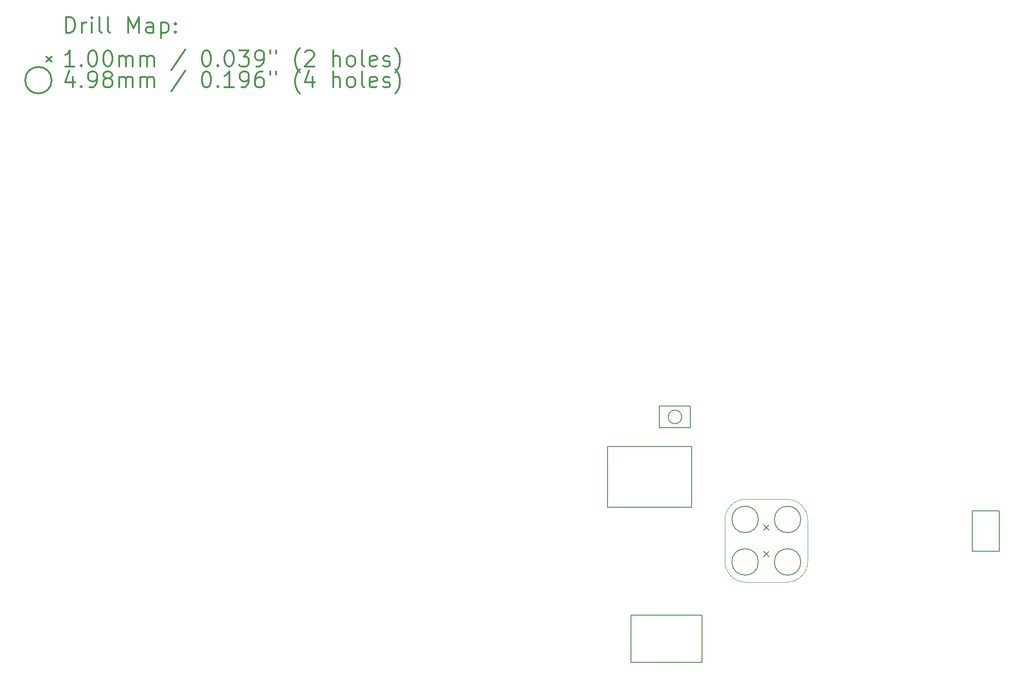
<source format=gbr>
G04 This is an RS-274x file exported by *
G04 gerbv version 2.6.0 *
G04 More information is available about gerbv at *
G04 http://gerbv.gpleda.org/ *
G04 --End of header info--*
%MOIN*%
%FSLAX34Y34*%
%IPPOS*%
G04 --Define apertures--*
%ADD10C,0.0050*%
%ADD11C,0.0079*%
%ADD12C,0.0118*%
%ADD13C,0.0138*%
%ADD14C,0.0016*%
%ADD15C,0.0059*%
G04 --Start main section--*
G54D11*
G01X0052778Y-038294D02*
G01X0053172Y-038688D01*
G01X0053172Y-038294D02*
G01X0052778Y-038688D01*
G01X0052778Y-040262D02*
G01X0053172Y-040656D01*
G01X0053172Y-040262D02*
G01X0052778Y-040656D01*
G01X0052381Y-037900D02*
G75*
G03X0052381Y-037900I-000980J0000000D01*
G01X0052381Y-041050D02*
G75*
G03X0052381Y-041050I-000980J0000000D01*
G01X0055530Y-037900D02*
G75*
G03X0055530Y-037900I-000980J0000000D01*
G01X0055530Y-041050D02*
G75*
G03X0055530Y-041050I-000980J0000000D01*
G54D12*
G01X0001069Y-001834D02*
G01X0001069Y-000652D01*
G01X0001069Y-000652D02*
G01X0001350Y-000652D01*
G01X0001350Y-000652D02*
G01X0001519Y-000709D01*
G01X0001519Y-000709D02*
G01X0001631Y-000821D01*
G01X0001631Y-000821D02*
G01X0001687Y-000934D01*
G01X0001687Y-000934D02*
G01X0001744Y-001159D01*
G01X0001744Y-001159D02*
G01X0001744Y-001327D01*
G01X0001744Y-001327D02*
G01X0001687Y-001552D01*
G01X0001687Y-001552D02*
G01X0001631Y-001665D01*
G01X0001631Y-001665D02*
G01X0001519Y-001777D01*
G01X0001519Y-001777D02*
G01X0001350Y-001834D01*
G01X0001350Y-001834D02*
G01X0001069Y-001834D01*
G01X0002250Y-001834D02*
G01X0002250Y-001046D01*
G01X0002250Y-001271D02*
G01X0002306Y-001159D01*
G01X0002306Y-001159D02*
G01X0002362Y-001102D01*
G01X0002362Y-001102D02*
G01X0002475Y-001046D01*
G01X0002475Y-001046D02*
G01X0002587Y-001046D01*
G01X0002981Y-001834D02*
G01X0002981Y-001046D01*
G01X0002981Y-000652D02*
G01X0002925Y-000709D01*
G01X0002925Y-000709D02*
G01X0002981Y-000765D01*
G01X0002981Y-000765D02*
G01X0003037Y-000709D01*
G01X0003037Y-000709D02*
G01X0002981Y-000652D01*
G01X0002981Y-000652D02*
G01X0002981Y-000765D01*
G01X0003712Y-001834D02*
G01X0003600Y-001777D01*
G01X0003600Y-001777D02*
G01X0003543Y-001665D01*
G01X0003543Y-001665D02*
G01X0003543Y-000652D01*
G01X0004331Y-001834D02*
G01X0004218Y-001777D01*
G01X0004218Y-001777D02*
G01X0004162Y-001665D01*
G01X0004162Y-001665D02*
G01X0004162Y-000652D01*
G01X0005681Y-001834D02*
G01X0005681Y-000652D01*
G01X0005681Y-000652D02*
G01X0006074Y-001496D01*
G01X0006074Y-001496D02*
G01X0006468Y-000652D01*
G01X0006468Y-000652D02*
G01X0006468Y-001834D01*
G01X0007537Y-001834D02*
G01X0007537Y-001215D01*
G01X0007537Y-001215D02*
G01X0007480Y-001102D01*
G01X0007480Y-001102D02*
G01X0007368Y-001046D01*
G01X0007368Y-001046D02*
G01X0007143Y-001046D01*
G01X0007143Y-001046D02*
G01X0007030Y-001102D01*
G01X0007537Y-001777D02*
G01X0007424Y-001834D01*
G01X0007424Y-001834D02*
G01X0007143Y-001834D01*
G01X0007143Y-001834D02*
G01X0007030Y-001777D01*
G01X0007030Y-001777D02*
G01X0006974Y-001665D01*
G01X0006974Y-001665D02*
G01X0006974Y-001552D01*
G01X0006974Y-001552D02*
G01X0007030Y-001440D01*
G01X0007030Y-001440D02*
G01X0007143Y-001384D01*
G01X0007143Y-001384D02*
G01X0007424Y-001384D01*
G01X0007424Y-001384D02*
G01X0007537Y-001327D01*
G01X0008099Y-001046D02*
G01X0008099Y-002227D01*
G01X0008099Y-001102D02*
G01X0008211Y-001046D01*
G01X0008211Y-001046D02*
G01X0008436Y-001046D01*
G01X0008436Y-001046D02*
G01X0008549Y-001102D01*
G01X0008549Y-001102D02*
G01X0008605Y-001159D01*
G01X0008605Y-001159D02*
G01X0008661Y-001271D01*
G01X0008661Y-001271D02*
G01X0008661Y-001609D01*
G01X0008661Y-001609D02*
G01X0008605Y-001721D01*
G01X0008605Y-001721D02*
G01X0008549Y-001777D01*
G01X0008549Y-001777D02*
G01X0008436Y-001834D01*
G01X0008436Y-001834D02*
G01X0008211Y-001834D01*
G01X0008211Y-001834D02*
G01X0008099Y-001777D01*
G01X0009168Y-001721D02*
G01X0009224Y-001777D01*
G01X0009224Y-001777D02*
G01X0009168Y-001834D01*
G01X0009168Y-001834D02*
G01X0009111Y-001777D01*
G01X0009111Y-001777D02*
G01X0009168Y-001721D01*
G01X0009168Y-001721D02*
G01X0009168Y-001834D01*
G01X0009168Y-001102D02*
G01X0009224Y-001159D01*
G01X0009224Y-001159D02*
G01X0009168Y-001215D01*
G01X0009168Y-001215D02*
G01X0009111Y-001159D01*
G01X0009111Y-001159D02*
G01X0009168Y-001102D01*
G01X0009168Y-001102D02*
G01X0009168Y-001215D01*
G01X-000394Y-003583D02*
G01X0000000Y-003977D01*
G01X0000000Y-003583D02*
G01X-000394Y-003977D01*
G01X0001687Y-004314D02*
G01X0001012Y-004314D01*
G01X0001350Y-004314D02*
G01X0001350Y-003133D01*
G01X0001350Y-003133D02*
G01X0001237Y-003301D01*
G01X0001237Y-003301D02*
G01X0001125Y-003414D01*
G01X0001125Y-003414D02*
G01X0001012Y-003470D01*
G01X0002193Y-004201D02*
G01X0002250Y-004258D01*
G01X0002250Y-004258D02*
G01X0002193Y-004314D01*
G01X0002193Y-004314D02*
G01X0002137Y-004258D01*
G01X0002137Y-004258D02*
G01X0002193Y-004201D01*
G01X0002193Y-004201D02*
G01X0002193Y-004314D01*
G01X0002981Y-003133D02*
G01X0003093Y-003133D01*
G01X0003093Y-003133D02*
G01X0003206Y-003189D01*
G01X0003206Y-003189D02*
G01X0003262Y-003245D01*
G01X0003262Y-003245D02*
G01X0003318Y-003358D01*
G01X0003318Y-003358D02*
G01X0003375Y-003583D01*
G01X0003375Y-003583D02*
G01X0003375Y-003864D01*
G01X0003375Y-003864D02*
G01X0003318Y-004089D01*
G01X0003318Y-004089D02*
G01X0003262Y-004201D01*
G01X0003262Y-004201D02*
G01X0003206Y-004258D01*
G01X0003206Y-004258D02*
G01X0003093Y-004314D01*
G01X0003093Y-004314D02*
G01X0002981Y-004314D01*
G01X0002981Y-004314D02*
G01X0002868Y-004258D01*
G01X0002868Y-004258D02*
G01X0002812Y-004201D01*
G01X0002812Y-004201D02*
G01X0002756Y-004089D01*
G01X0002756Y-004089D02*
G01X0002700Y-003864D01*
G01X0002700Y-003864D02*
G01X0002700Y-003583D01*
G01X0002700Y-003583D02*
G01X0002756Y-003358D01*
G01X0002756Y-003358D02*
G01X0002812Y-003245D01*
G01X0002812Y-003245D02*
G01X0002868Y-003189D01*
G01X0002868Y-003189D02*
G01X0002981Y-003133D01*
G01X0004106Y-003133D02*
G01X0004218Y-003133D01*
G01X0004218Y-003133D02*
G01X0004331Y-003189D01*
G01X0004331Y-003189D02*
G01X0004387Y-003245D01*
G01X0004387Y-003245D02*
G01X0004443Y-003358D01*
G01X0004443Y-003358D02*
G01X0004499Y-003583D01*
G01X0004499Y-003583D02*
G01X0004499Y-003864D01*
G01X0004499Y-003864D02*
G01X0004443Y-004089D01*
G01X0004443Y-004089D02*
G01X0004387Y-004201D01*
G01X0004387Y-004201D02*
G01X0004331Y-004258D01*
G01X0004331Y-004258D02*
G01X0004218Y-004314D01*
G01X0004218Y-004314D02*
G01X0004106Y-004314D01*
G01X0004106Y-004314D02*
G01X0003993Y-004258D01*
G01X0003993Y-004258D02*
G01X0003937Y-004201D01*
G01X0003937Y-004201D02*
G01X0003881Y-004089D01*
G01X0003881Y-004089D02*
G01X0003825Y-003864D01*
G01X0003825Y-003864D02*
G01X0003825Y-003583D01*
G01X0003825Y-003583D02*
G01X0003881Y-003358D01*
G01X0003881Y-003358D02*
G01X0003937Y-003245D01*
G01X0003937Y-003245D02*
G01X0003993Y-003189D01*
G01X0003993Y-003189D02*
G01X0004106Y-003133D01*
G01X0005006Y-004314D02*
G01X0005006Y-003526D01*
G01X0005006Y-003639D02*
G01X0005062Y-003583D01*
G01X0005062Y-003583D02*
G01X0005174Y-003526D01*
G01X0005174Y-003526D02*
G01X0005343Y-003526D01*
G01X0005343Y-003526D02*
G01X0005456Y-003583D01*
G01X0005456Y-003583D02*
G01X0005512Y-003695D01*
G01X0005512Y-003695D02*
G01X0005512Y-004314D01*
G01X0005512Y-003695D02*
G01X0005568Y-003583D01*
G01X0005568Y-003583D02*
G01X0005681Y-003526D01*
G01X0005681Y-003526D02*
G01X0005849Y-003526D01*
G01X0005849Y-003526D02*
G01X0005962Y-003583D01*
G01X0005962Y-003583D02*
G01X0006018Y-003695D01*
G01X0006018Y-003695D02*
G01X0006018Y-004314D01*
G01X0006580Y-004314D02*
G01X0006580Y-003526D01*
G01X0006580Y-003639D02*
G01X0006637Y-003583D01*
G01X0006637Y-003583D02*
G01X0006749Y-003526D01*
G01X0006749Y-003526D02*
G01X0006918Y-003526D01*
G01X0006918Y-003526D02*
G01X0007030Y-003583D01*
G01X0007030Y-003583D02*
G01X0007087Y-003695D01*
G01X0007087Y-003695D02*
G01X0007087Y-004314D01*
G01X0007087Y-003695D02*
G01X0007143Y-003583D01*
G01X0007143Y-003583D02*
G01X0007255Y-003526D01*
G01X0007255Y-003526D02*
G01X0007424Y-003526D01*
G01X0007424Y-003526D02*
G01X0007537Y-003583D01*
G01X0007537Y-003583D02*
G01X0007593Y-003695D01*
G01X0007593Y-003695D02*
G01X0007593Y-004314D01*
G01X0009899Y-003076D02*
G01X0008886Y-004595D01*
G01X0011417Y-003133D02*
G01X0011530Y-003133D01*
G01X0011530Y-003133D02*
G01X0011642Y-003189D01*
G01X0011642Y-003189D02*
G01X0011699Y-003245D01*
G01X0011699Y-003245D02*
G01X0011755Y-003358D01*
G01X0011755Y-003358D02*
G01X0011811Y-003583D01*
G01X0011811Y-003583D02*
G01X0011811Y-003864D01*
G01X0011811Y-003864D02*
G01X0011755Y-004089D01*
G01X0011755Y-004089D02*
G01X0011699Y-004201D01*
G01X0011699Y-004201D02*
G01X0011642Y-004258D01*
G01X0011642Y-004258D02*
G01X0011530Y-004314D01*
G01X0011530Y-004314D02*
G01X0011417Y-004314D01*
G01X0011417Y-004314D02*
G01X0011305Y-004258D01*
G01X0011305Y-004258D02*
G01X0011249Y-004201D01*
G01X0011249Y-004201D02*
G01X0011192Y-004089D01*
G01X0011192Y-004089D02*
G01X0011136Y-003864D01*
G01X0011136Y-003864D02*
G01X0011136Y-003583D01*
G01X0011136Y-003583D02*
G01X0011192Y-003358D01*
G01X0011192Y-003358D02*
G01X0011249Y-003245D01*
G01X0011249Y-003245D02*
G01X0011305Y-003189D01*
G01X0011305Y-003189D02*
G01X0011417Y-003133D01*
G01X0012317Y-004201D02*
G01X0012373Y-004258D01*
G01X0012373Y-004258D02*
G01X0012317Y-004314D01*
G01X0012317Y-004314D02*
G01X0012261Y-004258D01*
G01X0012261Y-004258D02*
G01X0012317Y-004201D01*
G01X0012317Y-004201D02*
G01X0012317Y-004314D01*
G01X0013105Y-003133D02*
G01X0013217Y-003133D01*
G01X0013217Y-003133D02*
G01X0013330Y-003189D01*
G01X0013330Y-003189D02*
G01X0013386Y-003245D01*
G01X0013386Y-003245D02*
G01X0013442Y-003358D01*
G01X0013442Y-003358D02*
G01X0013498Y-003583D01*
G01X0013498Y-003583D02*
G01X0013498Y-003864D01*
G01X0013498Y-003864D02*
G01X0013442Y-004089D01*
G01X0013442Y-004089D02*
G01X0013386Y-004201D01*
G01X0013386Y-004201D02*
G01X0013330Y-004258D01*
G01X0013330Y-004258D02*
G01X0013217Y-004314D01*
G01X0013217Y-004314D02*
G01X0013105Y-004314D01*
G01X0013105Y-004314D02*
G01X0012992Y-004258D01*
G01X0012992Y-004258D02*
G01X0012936Y-004201D01*
G01X0012936Y-004201D02*
G01X0012880Y-004089D01*
G01X0012880Y-004089D02*
G01X0012823Y-003864D01*
G01X0012823Y-003864D02*
G01X0012823Y-003583D01*
G01X0012823Y-003583D02*
G01X0012880Y-003358D01*
G01X0012880Y-003358D02*
G01X0012936Y-003245D01*
G01X0012936Y-003245D02*
G01X0012992Y-003189D01*
G01X0012992Y-003189D02*
G01X0013105Y-003133D01*
G01X0013892Y-003133D02*
G01X0014623Y-003133D01*
G01X0014623Y-003133D02*
G01X0014229Y-003583D01*
G01X0014229Y-003583D02*
G01X0014398Y-003583D01*
G01X0014398Y-003583D02*
G01X0014511Y-003639D01*
G01X0014511Y-003639D02*
G01X0014567Y-003695D01*
G01X0014567Y-003695D02*
G01X0014623Y-003808D01*
G01X0014623Y-003808D02*
G01X0014623Y-004089D01*
G01X0014623Y-004089D02*
G01X0014567Y-004201D01*
G01X0014567Y-004201D02*
G01X0014511Y-004258D01*
G01X0014511Y-004258D02*
G01X0014398Y-004314D01*
G01X0014398Y-004314D02*
G01X0014061Y-004314D01*
G01X0014061Y-004314D02*
G01X0013948Y-004258D01*
G01X0013948Y-004258D02*
G01X0013892Y-004201D01*
G01X0015186Y-004314D02*
G01X0015411Y-004314D01*
G01X0015411Y-004314D02*
G01X0015523Y-004258D01*
G01X0015523Y-004258D02*
G01X0015579Y-004201D01*
G01X0015579Y-004201D02*
G01X0015692Y-004033D01*
G01X0015692Y-004033D02*
G01X0015748Y-003808D01*
G01X0015748Y-003808D02*
G01X0015748Y-003358D01*
G01X0015748Y-003358D02*
G01X0015692Y-003245D01*
G01X0015692Y-003245D02*
G01X0015636Y-003189D01*
G01X0015636Y-003189D02*
G01X0015523Y-003133D01*
G01X0015523Y-003133D02*
G01X0015298Y-003133D01*
G01X0015298Y-003133D02*
G01X0015186Y-003189D01*
G01X0015186Y-003189D02*
G01X0015129Y-003245D01*
G01X0015129Y-003245D02*
G01X0015073Y-003358D01*
G01X0015073Y-003358D02*
G01X0015073Y-003639D01*
G01X0015073Y-003639D02*
G01X0015129Y-003751D01*
G01X0015129Y-003751D02*
G01X0015186Y-003808D01*
G01X0015186Y-003808D02*
G01X0015298Y-003864D01*
G01X0015298Y-003864D02*
G01X0015523Y-003864D01*
G01X0015523Y-003864D02*
G01X0015636Y-003808D01*
G01X0015636Y-003808D02*
G01X0015692Y-003751D01*
G01X0015692Y-003751D02*
G01X0015748Y-003639D01*
G01X0016198Y-003133D02*
G01X0016198Y-003358D01*
G01X0016648Y-003133D02*
G01X0016648Y-003358D01*
G01X0018391Y-004764D02*
G01X0018335Y-004708D01*
G01X0018335Y-004708D02*
G01X0018223Y-004539D01*
G01X0018223Y-004539D02*
G01X0018166Y-004426D01*
G01X0018166Y-004426D02*
G01X0018110Y-004258D01*
G01X0018110Y-004258D02*
G01X0018054Y-003976D01*
G01X0018054Y-003976D02*
G01X0018054Y-003751D01*
G01X0018054Y-003751D02*
G01X0018110Y-003470D01*
G01X0018110Y-003470D02*
G01X0018166Y-003301D01*
G01X0018166Y-003301D02*
G01X0018223Y-003189D01*
G01X0018223Y-003189D02*
G01X0018335Y-003020D01*
G01X0018335Y-003020D02*
G01X0018391Y-002964D01*
G01X0018785Y-003245D02*
G01X0018841Y-003189D01*
G01X0018841Y-003189D02*
G01X0018954Y-003133D01*
G01X0018954Y-003133D02*
G01X0019235Y-003133D01*
G01X0019235Y-003133D02*
G01X0019348Y-003189D01*
G01X0019348Y-003189D02*
G01X0019404Y-003245D01*
G01X0019404Y-003245D02*
G01X0019460Y-003358D01*
G01X0019460Y-003358D02*
G01X0019460Y-003470D01*
G01X0019460Y-003470D02*
G01X0019404Y-003639D01*
G01X0019404Y-003639D02*
G01X0018729Y-004314D01*
G01X0018729Y-004314D02*
G01X0019460Y-004314D01*
G01X0020866Y-004314D02*
G01X0020866Y-003133D01*
G01X0021372Y-004314D02*
G01X0021372Y-003695D01*
G01X0021372Y-003695D02*
G01X0021316Y-003583D01*
G01X0021316Y-003583D02*
G01X0021204Y-003526D01*
G01X0021204Y-003526D02*
G01X0021035Y-003526D01*
G01X0021035Y-003526D02*
G01X0020922Y-003583D01*
G01X0020922Y-003583D02*
G01X0020866Y-003639D01*
G01X0022103Y-004314D02*
G01X0021991Y-004258D01*
G01X0021991Y-004258D02*
G01X0021935Y-004201D01*
G01X0021935Y-004201D02*
G01X0021879Y-004089D01*
G01X0021879Y-004089D02*
G01X0021879Y-003751D01*
G01X0021879Y-003751D02*
G01X0021935Y-003639D01*
G01X0021935Y-003639D02*
G01X0021991Y-003583D01*
G01X0021991Y-003583D02*
G01X0022103Y-003526D01*
G01X0022103Y-003526D02*
G01X0022272Y-003526D01*
G01X0022272Y-003526D02*
G01X0022385Y-003583D01*
G01X0022385Y-003583D02*
G01X0022441Y-003639D01*
G01X0022441Y-003639D02*
G01X0022497Y-003751D01*
G01X0022497Y-003751D02*
G01X0022497Y-004089D01*
G01X0022497Y-004089D02*
G01X0022441Y-004201D01*
G01X0022441Y-004201D02*
G01X0022385Y-004258D01*
G01X0022385Y-004258D02*
G01X0022272Y-004314D01*
G01X0022272Y-004314D02*
G01X0022103Y-004314D01*
G01X0023172Y-004314D02*
G01X0023060Y-004258D01*
G01X0023060Y-004258D02*
G01X0023003Y-004145D01*
G01X0023003Y-004145D02*
G01X0023003Y-003133D01*
G01X0024072Y-004258D02*
G01X0023960Y-004314D01*
G01X0023960Y-004314D02*
G01X0023735Y-004314D01*
G01X0023735Y-004314D02*
G01X0023622Y-004258D01*
G01X0023622Y-004258D02*
G01X0023566Y-004145D01*
G01X0023566Y-004145D02*
G01X0023566Y-003695D01*
G01X0023566Y-003695D02*
G01X0023622Y-003583D01*
G01X0023622Y-003583D02*
G01X0023735Y-003526D01*
G01X0023735Y-003526D02*
G01X0023960Y-003526D01*
G01X0023960Y-003526D02*
G01X0024072Y-003583D01*
G01X0024072Y-003583D02*
G01X0024128Y-003695D01*
G01X0024128Y-003695D02*
G01X0024128Y-003808D01*
G01X0024128Y-003808D02*
G01X0023566Y-003920D01*
G01X0024578Y-004258D02*
G01X0024691Y-004314D01*
G01X0024691Y-004314D02*
G01X0024916Y-004314D01*
G01X0024916Y-004314D02*
G01X0025028Y-004258D01*
G01X0025028Y-004258D02*
G01X0025084Y-004145D01*
G01X0025084Y-004145D02*
G01X0025084Y-004089D01*
G01X0025084Y-004089D02*
G01X0025028Y-003976D01*
G01X0025028Y-003976D02*
G01X0024916Y-003920D01*
G01X0024916Y-003920D02*
G01X0024747Y-003920D01*
G01X0024747Y-003920D02*
G01X0024634Y-003864D01*
G01X0024634Y-003864D02*
G01X0024578Y-003751D01*
G01X0024578Y-003751D02*
G01X0024578Y-003695D01*
G01X0024578Y-003695D02*
G01X0024634Y-003583D01*
G01X0024634Y-003583D02*
G01X0024747Y-003526D01*
G01X0024747Y-003526D02*
G01X0024916Y-003526D01*
G01X0024916Y-003526D02*
G01X0025028Y-003583D01*
G01X0025478Y-004764D02*
G01X0025534Y-004708D01*
G01X0025534Y-004708D02*
G01X0025647Y-004539D01*
G01X0025647Y-004539D02*
G01X0025703Y-004426D01*
G01X0025703Y-004426D02*
G01X0025759Y-004258D01*
G01X0025759Y-004258D02*
G01X0025816Y-003976D01*
G01X0025816Y-003976D02*
G01X0025816Y-003751D01*
G01X0025816Y-003751D02*
G01X0025759Y-003470D01*
G01X0025759Y-003470D02*
G01X0025703Y-003301D01*
G01X0025703Y-003301D02*
G01X0025647Y-003189D01*
G01X0025647Y-003189D02*
G01X0025534Y-003020D01*
G01X0025534Y-003020D02*
G01X0025478Y-002964D01*
G01X0000000Y-005339D02*
G75*
G03X0000000Y-005339I-000980J0000000D01*
G01X0001575Y-005085D02*
G01X0001575Y-005873D01*
G01X0001294Y-004636D02*
G01X0001012Y-005479D01*
G01X0001012Y-005479D02*
G01X0001744Y-005479D01*
G01X0002193Y-005760D02*
G01X0002250Y-005817D01*
G01X0002250Y-005817D02*
G01X0002193Y-005873D01*
G01X0002193Y-005873D02*
G01X0002137Y-005817D01*
G01X0002137Y-005817D02*
G01X0002193Y-005760D01*
G01X0002193Y-005760D02*
G01X0002193Y-005873D01*
G01X0002812Y-005873D02*
G01X0003037Y-005873D01*
G01X0003037Y-005873D02*
G01X0003150Y-005817D01*
G01X0003150Y-005817D02*
G01X0003206Y-005760D01*
G01X0003206Y-005760D02*
G01X0003318Y-005592D01*
G01X0003318Y-005592D02*
G01X0003375Y-005367D01*
G01X0003375Y-005367D02*
G01X0003375Y-004917D01*
G01X0003375Y-004917D02*
G01X0003318Y-004804D01*
G01X0003318Y-004804D02*
G01X0003262Y-004748D01*
G01X0003262Y-004748D02*
G01X0003150Y-004692D01*
G01X0003150Y-004692D02*
G01X0002925Y-004692D01*
G01X0002925Y-004692D02*
G01X0002812Y-004748D01*
G01X0002812Y-004748D02*
G01X0002756Y-004804D01*
G01X0002756Y-004804D02*
G01X0002700Y-004917D01*
G01X0002700Y-004917D02*
G01X0002700Y-005198D01*
G01X0002700Y-005198D02*
G01X0002756Y-005310D01*
G01X0002756Y-005310D02*
G01X0002812Y-005367D01*
G01X0002812Y-005367D02*
G01X0002925Y-005423D01*
G01X0002925Y-005423D02*
G01X0003150Y-005423D01*
G01X0003150Y-005423D02*
G01X0003262Y-005367D01*
G01X0003262Y-005367D02*
G01X0003318Y-005310D01*
G01X0003318Y-005310D02*
G01X0003375Y-005198D01*
G01X0004049Y-005198D02*
G01X0003937Y-005142D01*
G01X0003937Y-005142D02*
G01X0003881Y-005085D01*
G01X0003881Y-005085D02*
G01X0003825Y-004973D01*
G01X0003825Y-004973D02*
G01X0003825Y-004917D01*
G01X0003825Y-004917D02*
G01X0003881Y-004804D01*
G01X0003881Y-004804D02*
G01X0003937Y-004748D01*
G01X0003937Y-004748D02*
G01X0004049Y-004692D01*
G01X0004049Y-004692D02*
G01X0004274Y-004692D01*
G01X0004274Y-004692D02*
G01X0004387Y-004748D01*
G01X0004387Y-004748D02*
G01X0004443Y-004804D01*
G01X0004443Y-004804D02*
G01X0004499Y-004917D01*
G01X0004499Y-004917D02*
G01X0004499Y-004973D01*
G01X0004499Y-004973D02*
G01X0004443Y-005085D01*
G01X0004443Y-005085D02*
G01X0004387Y-005142D01*
G01X0004387Y-005142D02*
G01X0004274Y-005198D01*
G01X0004274Y-005198D02*
G01X0004049Y-005198D01*
G01X0004049Y-005198D02*
G01X0003937Y-005254D01*
G01X0003937Y-005254D02*
G01X0003881Y-005310D01*
G01X0003881Y-005310D02*
G01X0003825Y-005423D01*
G01X0003825Y-005423D02*
G01X0003825Y-005648D01*
G01X0003825Y-005648D02*
G01X0003881Y-005760D01*
G01X0003881Y-005760D02*
G01X0003937Y-005817D01*
G01X0003937Y-005817D02*
G01X0004049Y-005873D01*
G01X0004049Y-005873D02*
G01X0004274Y-005873D01*
G01X0004274Y-005873D02*
G01X0004387Y-005817D01*
G01X0004387Y-005817D02*
G01X0004443Y-005760D01*
G01X0004443Y-005760D02*
G01X0004499Y-005648D01*
G01X0004499Y-005648D02*
G01X0004499Y-005423D01*
G01X0004499Y-005423D02*
G01X0004443Y-005310D01*
G01X0004443Y-005310D02*
G01X0004387Y-005254D01*
G01X0004387Y-005254D02*
G01X0004274Y-005198D01*
G01X0005006Y-005873D02*
G01X0005006Y-005085D01*
G01X0005006Y-005198D02*
G01X0005062Y-005142D01*
G01X0005062Y-005142D02*
G01X0005174Y-005085D01*
G01X0005174Y-005085D02*
G01X0005343Y-005085D01*
G01X0005343Y-005085D02*
G01X0005456Y-005142D01*
G01X0005456Y-005142D02*
G01X0005512Y-005254D01*
G01X0005512Y-005254D02*
G01X0005512Y-005873D01*
G01X0005512Y-005254D02*
G01X0005568Y-005142D01*
G01X0005568Y-005142D02*
G01X0005681Y-005085D01*
G01X0005681Y-005085D02*
G01X0005849Y-005085D01*
G01X0005849Y-005085D02*
G01X0005962Y-005142D01*
G01X0005962Y-005142D02*
G01X0006018Y-005254D01*
G01X0006018Y-005254D02*
G01X0006018Y-005873D01*
G01X0006580Y-005873D02*
G01X0006580Y-005085D01*
G01X0006580Y-005198D02*
G01X0006637Y-005142D01*
G01X0006637Y-005142D02*
G01X0006749Y-005085D01*
G01X0006749Y-005085D02*
G01X0006918Y-005085D01*
G01X0006918Y-005085D02*
G01X0007030Y-005142D01*
G01X0007030Y-005142D02*
G01X0007087Y-005254D01*
G01X0007087Y-005254D02*
G01X0007087Y-005873D01*
G01X0007087Y-005254D02*
G01X0007143Y-005142D01*
G01X0007143Y-005142D02*
G01X0007255Y-005085D01*
G01X0007255Y-005085D02*
G01X0007424Y-005085D01*
G01X0007424Y-005085D02*
G01X0007537Y-005142D01*
G01X0007537Y-005142D02*
G01X0007593Y-005254D01*
G01X0007593Y-005254D02*
G01X0007593Y-005873D01*
G01X0009899Y-004636D02*
G01X0008886Y-006154D01*
G01X0011417Y-004692D02*
G01X0011530Y-004692D01*
G01X0011530Y-004692D02*
G01X0011642Y-004748D01*
G01X0011642Y-004748D02*
G01X0011699Y-004804D01*
G01X0011699Y-004804D02*
G01X0011755Y-004917D01*
G01X0011755Y-004917D02*
G01X0011811Y-005142D01*
G01X0011811Y-005142D02*
G01X0011811Y-005423D01*
G01X0011811Y-005423D02*
G01X0011755Y-005648D01*
G01X0011755Y-005648D02*
G01X0011699Y-005760D01*
G01X0011699Y-005760D02*
G01X0011642Y-005817D01*
G01X0011642Y-005817D02*
G01X0011530Y-005873D01*
G01X0011530Y-005873D02*
G01X0011417Y-005873D01*
G01X0011417Y-005873D02*
G01X0011305Y-005817D01*
G01X0011305Y-005817D02*
G01X0011249Y-005760D01*
G01X0011249Y-005760D02*
G01X0011192Y-005648D01*
G01X0011192Y-005648D02*
G01X0011136Y-005423D01*
G01X0011136Y-005423D02*
G01X0011136Y-005142D01*
G01X0011136Y-005142D02*
G01X0011192Y-004917D01*
G01X0011192Y-004917D02*
G01X0011249Y-004804D01*
G01X0011249Y-004804D02*
G01X0011305Y-004748D01*
G01X0011305Y-004748D02*
G01X0011417Y-004692D01*
G01X0012317Y-005760D02*
G01X0012373Y-005817D01*
G01X0012373Y-005817D02*
G01X0012317Y-005873D01*
G01X0012317Y-005873D02*
G01X0012261Y-005817D01*
G01X0012261Y-005817D02*
G01X0012317Y-005760D01*
G01X0012317Y-005760D02*
G01X0012317Y-005873D01*
G01X0013498Y-005873D02*
G01X0012823Y-005873D01*
G01X0013161Y-005873D02*
G01X0013161Y-004692D01*
G01X0013161Y-004692D02*
G01X0013048Y-004861D01*
G01X0013048Y-004861D02*
G01X0012936Y-004973D01*
G01X0012936Y-004973D02*
G01X0012823Y-005029D01*
G01X0014061Y-005873D02*
G01X0014286Y-005873D01*
G01X0014286Y-005873D02*
G01X0014398Y-005817D01*
G01X0014398Y-005817D02*
G01X0014454Y-005760D01*
G01X0014454Y-005760D02*
G01X0014567Y-005592D01*
G01X0014567Y-005592D02*
G01X0014623Y-005367D01*
G01X0014623Y-005367D02*
G01X0014623Y-004917D01*
G01X0014623Y-004917D02*
G01X0014567Y-004804D01*
G01X0014567Y-004804D02*
G01X0014511Y-004748D01*
G01X0014511Y-004748D02*
G01X0014398Y-004692D01*
G01X0014398Y-004692D02*
G01X0014173Y-004692D01*
G01X0014173Y-004692D02*
G01X0014061Y-004748D01*
G01X0014061Y-004748D02*
G01X0014005Y-004804D01*
G01X0014005Y-004804D02*
G01X0013948Y-004917D01*
G01X0013948Y-004917D02*
G01X0013948Y-005198D01*
G01X0013948Y-005198D02*
G01X0014005Y-005310D01*
G01X0014005Y-005310D02*
G01X0014061Y-005367D01*
G01X0014061Y-005367D02*
G01X0014173Y-005423D01*
G01X0014173Y-005423D02*
G01X0014398Y-005423D01*
G01X0014398Y-005423D02*
G01X0014511Y-005367D01*
G01X0014511Y-005367D02*
G01X0014567Y-005310D01*
G01X0014567Y-005310D02*
G01X0014623Y-005198D01*
G01X0015636Y-004692D02*
G01X0015411Y-004692D01*
G01X0015411Y-004692D02*
G01X0015298Y-004748D01*
G01X0015298Y-004748D02*
G01X0015242Y-004804D01*
G01X0015242Y-004804D02*
G01X0015129Y-004973D01*
G01X0015129Y-004973D02*
G01X0015073Y-005198D01*
G01X0015073Y-005198D02*
G01X0015073Y-005648D01*
G01X0015073Y-005648D02*
G01X0015129Y-005760D01*
G01X0015129Y-005760D02*
G01X0015186Y-005817D01*
G01X0015186Y-005817D02*
G01X0015298Y-005873D01*
G01X0015298Y-005873D02*
G01X0015523Y-005873D01*
G01X0015523Y-005873D02*
G01X0015636Y-005817D01*
G01X0015636Y-005817D02*
G01X0015692Y-005760D01*
G01X0015692Y-005760D02*
G01X0015748Y-005648D01*
G01X0015748Y-005648D02*
G01X0015748Y-005367D01*
G01X0015748Y-005367D02*
G01X0015692Y-005254D01*
G01X0015692Y-005254D02*
G01X0015636Y-005198D01*
G01X0015636Y-005198D02*
G01X0015523Y-005142D01*
G01X0015523Y-005142D02*
G01X0015298Y-005142D01*
G01X0015298Y-005142D02*
G01X0015186Y-005198D01*
G01X0015186Y-005198D02*
G01X0015129Y-005254D01*
G01X0015129Y-005254D02*
G01X0015073Y-005367D01*
G01X0016198Y-004692D02*
G01X0016198Y-004917D01*
G01X0016648Y-004692D02*
G01X0016648Y-004917D01*
G01X0018391Y-006323D02*
G01X0018335Y-006267D01*
G01X0018335Y-006267D02*
G01X0018223Y-006098D01*
G01X0018223Y-006098D02*
G01X0018166Y-005985D01*
G01X0018166Y-005985D02*
G01X0018110Y-005817D01*
G01X0018110Y-005817D02*
G01X0018054Y-005535D01*
G01X0018054Y-005535D02*
G01X0018054Y-005310D01*
G01X0018054Y-005310D02*
G01X0018110Y-005029D01*
G01X0018110Y-005029D02*
G01X0018166Y-004861D01*
G01X0018166Y-004861D02*
G01X0018223Y-004748D01*
G01X0018223Y-004748D02*
G01X0018335Y-004579D01*
G01X0018335Y-004579D02*
G01X0018391Y-004523D01*
G01X0019348Y-005085D02*
G01X0019348Y-005873D01*
G01X0019066Y-004636D02*
G01X0018785Y-005479D01*
G01X0018785Y-005479D02*
G01X0019516Y-005479D01*
G01X0020866Y-005873D02*
G01X0020866Y-004692D01*
G01X0021372Y-005873D02*
G01X0021372Y-005254D01*
G01X0021372Y-005254D02*
G01X0021316Y-005142D01*
G01X0021316Y-005142D02*
G01X0021204Y-005085D01*
G01X0021204Y-005085D02*
G01X0021035Y-005085D01*
G01X0021035Y-005085D02*
G01X0020922Y-005142D01*
G01X0020922Y-005142D02*
G01X0020866Y-005198D01*
G01X0022103Y-005873D02*
G01X0021991Y-005817D01*
G01X0021991Y-005817D02*
G01X0021935Y-005760D01*
G01X0021935Y-005760D02*
G01X0021879Y-005648D01*
G01X0021879Y-005648D02*
G01X0021879Y-005310D01*
G01X0021879Y-005310D02*
G01X0021935Y-005198D01*
G01X0021935Y-005198D02*
G01X0021991Y-005142D01*
G01X0021991Y-005142D02*
G01X0022103Y-005085D01*
G01X0022103Y-005085D02*
G01X0022272Y-005085D01*
G01X0022272Y-005085D02*
G01X0022385Y-005142D01*
G01X0022385Y-005142D02*
G01X0022441Y-005198D01*
G01X0022441Y-005198D02*
G01X0022497Y-005310D01*
G01X0022497Y-005310D02*
G01X0022497Y-005648D01*
G01X0022497Y-005648D02*
G01X0022441Y-005760D01*
G01X0022441Y-005760D02*
G01X0022385Y-005817D01*
G01X0022385Y-005817D02*
G01X0022272Y-005873D01*
G01X0022272Y-005873D02*
G01X0022103Y-005873D01*
G01X0023172Y-005873D02*
G01X0023060Y-005817D01*
G01X0023060Y-005817D02*
G01X0023003Y-005704D01*
G01X0023003Y-005704D02*
G01X0023003Y-004692D01*
G01X0024072Y-005817D02*
G01X0023960Y-005873D01*
G01X0023960Y-005873D02*
G01X0023735Y-005873D01*
G01X0023735Y-005873D02*
G01X0023622Y-005817D01*
G01X0023622Y-005817D02*
G01X0023566Y-005704D01*
G01X0023566Y-005704D02*
G01X0023566Y-005254D01*
G01X0023566Y-005254D02*
G01X0023622Y-005142D01*
G01X0023622Y-005142D02*
G01X0023735Y-005085D01*
G01X0023735Y-005085D02*
G01X0023960Y-005085D01*
G01X0023960Y-005085D02*
G01X0024072Y-005142D01*
G01X0024072Y-005142D02*
G01X0024128Y-005254D01*
G01X0024128Y-005254D02*
G01X0024128Y-005367D01*
G01X0024128Y-005367D02*
G01X0023566Y-005479D01*
G01X0024578Y-005817D02*
G01X0024691Y-005873D01*
G01X0024691Y-005873D02*
G01X0024916Y-005873D01*
G01X0024916Y-005873D02*
G01X0025028Y-005817D01*
G01X0025028Y-005817D02*
G01X0025084Y-005704D01*
G01X0025084Y-005704D02*
G01X0025084Y-005648D01*
G01X0025084Y-005648D02*
G01X0025028Y-005535D01*
G01X0025028Y-005535D02*
G01X0024916Y-005479D01*
G01X0024916Y-005479D02*
G01X0024747Y-005479D01*
G01X0024747Y-005479D02*
G01X0024634Y-005423D01*
G01X0024634Y-005423D02*
G01X0024578Y-005310D01*
G01X0024578Y-005310D02*
G01X0024578Y-005254D01*
G01X0024578Y-005254D02*
G01X0024634Y-005142D01*
G01X0024634Y-005142D02*
G01X0024747Y-005085D01*
G01X0024747Y-005085D02*
G01X0024916Y-005085D01*
G01X0024916Y-005085D02*
G01X0025028Y-005142D01*
G01X0025478Y-006323D02*
G01X0025534Y-006267D01*
G01X0025534Y-006267D02*
G01X0025647Y-006098D01*
G01X0025647Y-006098D02*
G01X0025703Y-005985D01*
G01X0025703Y-005985D02*
G01X0025759Y-005817D01*
G01X0025759Y-005817D02*
G01X0025816Y-005535D01*
G01X0025816Y-005535D02*
G01X0025816Y-005310D01*
G01X0025816Y-005310D02*
G01X0025759Y-005029D01*
G01X0025759Y-005029D02*
G01X0025703Y-004861D01*
G01X0025703Y-004861D02*
G01X0025647Y-004748D01*
G01X0025647Y-004748D02*
G01X0025534Y-004579D01*
G01X0025534Y-004579D02*
G01X0025478Y-004523D01*
G01X0000000Y0000000D02*
G54D14*
G01X0051440Y-042546D02*
G01X0054511Y-042546D01*
G01X0051440Y-036404D02*
G01X0054511Y-036404D01*
G01X0049904Y-037940D02*
G01X0049904Y-041011D01*
G01X0056046Y-037940D02*
G01X0056046Y-041011D01*
G01X0049904Y-041011D02*
G75*
G03X0051440Y-042546I0001535J0000000D01*
G01X0051440Y-036404D02*
G75*
G03X0049904Y-037940I0000000J-001535D01*
G01X0056046Y-037940D02*
G75*
G03X0054511Y-036404I-001535J0000000D01*
G01X0054511Y-042546D02*
G75*
G03X0056046Y-041011I0000000J0001535D01*
G01X0000000Y0000000D02*
G54D15*
G01X0046700Y-030300D02*
G75*
G03X0046700Y-030300I-000500J0000000D01*
G01X0045050Y-031100D02*
G01X0045050Y-029500D01*
G01X0047350Y-031100D02*
G01X0045050Y-031100D01*
G01X0047350Y-029500D02*
G01X0047350Y-031100D01*
G01X0045050Y-029500D02*
G01X0047350Y-029500D01*
G01X0047450Y-037000D02*
G01X0041200Y-037000D01*
G01X0068250Y-040250D02*
G01X0068250Y-037250D01*
G01X0070250Y-040250D02*
G01X0068250Y-040250D01*
G01X0070250Y-037250D02*
G01X0070250Y-040250D01*
G01X0068250Y-037250D02*
G01X0070250Y-037250D01*
G01X0042950Y-048500D02*
G01X0042950Y-045000D01*
G01X0048200Y-048500D02*
G01X0042950Y-048500D01*
G01X0048200Y-045000D02*
G01X0048200Y-048500D01*
G01X0042950Y-045000D02*
G01X0048200Y-045000D01*
G01X0041200Y-037000D02*
G01X0041200Y-032500D01*
G01X0047450Y-032500D02*
G01X0047450Y-037000D01*
G01X0041200Y-032500D02*
G01X0047450Y-032500D01*
M02*

</source>
